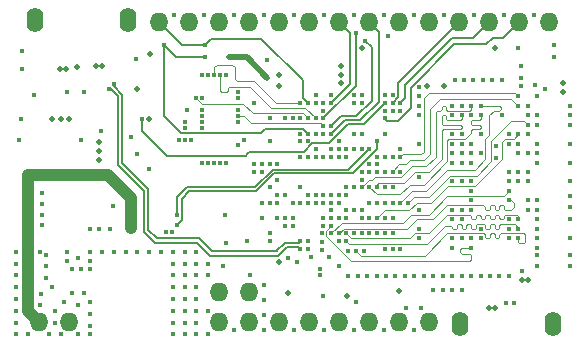
<source format=gbr>
G04 #@! TF.GenerationSoftware,KiCad,Pcbnew,5.0.2-bee76a0~70~ubuntu18.04.1*
G04 #@! TF.CreationDate,2019-05-16T13:37:02+08:00*
G04 #@! TF.ProjectId,require,72657175-6972-4652-9e6b-696361645f70,rev?*
G04 #@! TF.SameCoordinates,Original*
G04 #@! TF.FileFunction,Copper,L3,Inr*
G04 #@! TF.FilePolarity,Positive*
%FSLAX46Y46*%
G04 Gerber Fmt 4.6, Leading zero omitted, Abs format (unit mm)*
G04 Created by KiCad (PCBNEW 5.0.2-bee76a0~70~ubuntu18.04.1) date 2019年05月16日 星期四 13时37分02秒*
%MOMM*%
%LPD*%
G01*
G04 APERTURE LIST*
G04 #@! TA.AperFunction,ViaPad*
%ADD10O,1.400000X2.100000*%
G04 #@! TD*
G04 #@! TA.AperFunction,ViaPad*
%ADD11O,1.587500X1.587500*%
G04 #@! TD*
G04 #@! TA.AperFunction,ViaPad*
%ADD12C,0.400000*%
G04 #@! TD*
G04 #@! TA.AperFunction,ViaPad*
%ADD13C,0.500000*%
G04 #@! TD*
G04 #@! TA.AperFunction,Conductor*
%ADD14C,0.100000*%
G04 #@! TD*
G04 #@! TA.AperFunction,Conductor*
%ADD15C,0.150000*%
G04 #@! TD*
G04 #@! TA.AperFunction,Conductor*
%ADD16C,1.000000*%
G04 #@! TD*
G04 #@! TA.AperFunction,Conductor*
%ADD17C,0.500000*%
G04 #@! TD*
G04 APERTURE END LIST*
D10*
G04 #@! TO.N,GND*
G04 #@! TO.C,J800*
X40550000Y-52150000D03*
X48450000Y-52150000D03*
G04 #@! TD*
G04 #@! TO.N,GND*
G04 #@! TO.C,J801*
X84450000Y-77850000D03*
X76550000Y-77850000D03*
G04 #@! TD*
D11*
G04 #@! TO.N,/rk3308-io/D2*
G04 #@! TO.C,RP2*
X53610000Y-52300000D03*
G04 #@! TD*
G04 #@! TO.N,/rk3308-io/A0*
G04 #@! TO.C,LP3*
X56150000Y-77700000D03*
G04 #@! TD*
G04 #@! TO.N,/rk3308-io/A1*
G04 #@! TO.C,LP31*
X56150000Y-75160000D03*
G04 #@! TD*
G04 #@! TO.N,/rk3308-io/A2*
G04 #@! TO.C,LP4*
X58690000Y-77700000D03*
G04 #@! TD*
G04 #@! TO.N,/rk3308-io/A3*
G04 #@! TO.C,LP41*
X58690000Y-75160000D03*
G04 #@! TD*
G04 #@! TO.N,/USB_HOST_D2_N*
G04 #@! TO.C,LP9*
X71390000Y-77700000D03*
G04 #@! TD*
G04 #@! TO.N,/USB_HOST_D2_P*
G04 #@! TO.C,LP10*
X73930000Y-77700000D03*
G04 #@! TD*
G04 #@! TO.N,+5V*
G04 #@! TO.C,LP8*
X68850000Y-77700000D03*
G04 #@! TD*
G04 #@! TO.N,GND*
G04 #@! TO.C,LP7*
X66310000Y-77700000D03*
G04 #@! TD*
G04 #@! TO.N,+3V3*
G04 #@! TO.C,LP1*
X40910000Y-77700000D03*
G04 #@! TD*
G04 #@! TO.N,/rk3308-io/D11*
G04 #@! TO.C,RP11*
X76470000Y-52300000D03*
G04 #@! TD*
G04 #@! TO.N,/rk3308-io/D12*
G04 #@! TO.C,RP12*
X79010000Y-52300000D03*
G04 #@! TD*
G04 #@! TO.N,/rk3308-io/D13*
G04 #@! TO.C,RP13*
X81550000Y-52300000D03*
G04 #@! TD*
G04 #@! TO.N,Net-(D820-Pad1)*
G04 #@! TO.C,LP5*
X61230000Y-77700000D03*
G04 #@! TD*
G04 #@! TO.N,Net-(D820-Pad2)*
G04 #@! TO.C,LP6*
X63770000Y-77700000D03*
G04 #@! TD*
G04 #@! TO.N,/rk3308-io/D1*
G04 #@! TO.C,RP1*
X51070000Y-52300000D03*
G04 #@! TD*
G04 #@! TO.N,/rk3308-io/D3*
G04 #@! TO.C,RP3*
X56150000Y-52300000D03*
G04 #@! TD*
G04 #@! TO.N,/rk3308-io/D4*
G04 #@! TO.C,RP4*
X58690000Y-52300000D03*
G04 #@! TD*
G04 #@! TO.N,/rk3308-io/D5*
G04 #@! TO.C,RP5*
X61230000Y-52300000D03*
G04 #@! TD*
G04 #@! TO.N,/rk3308-io/D6*
G04 #@! TO.C,RP6*
X63770000Y-52300000D03*
G04 #@! TD*
G04 #@! TO.N,/rk3308-io/D7*
G04 #@! TO.C,RP7*
X66310000Y-52300000D03*
G04 #@! TD*
G04 #@! TO.N,/rk3308-io/D8*
G04 #@! TO.C,RP8*
X68850000Y-52300000D03*
G04 #@! TD*
G04 #@! TO.N,/rk3308-io/D9*
G04 #@! TO.C,RP9*
X71390000Y-52300000D03*
G04 #@! TD*
G04 #@! TO.N,/rk3308-io/D10*
G04 #@! TO.C,RP10*
X73930000Y-52300000D03*
G04 #@! TD*
G04 #@! TO.N,GND*
G04 #@! TO.C,RP14*
X84090000Y-52300000D03*
G04 #@! TD*
G04 #@! TO.N,GND*
G04 #@! TO.C,LP2*
X43450000Y-77700000D03*
G04 #@! TD*
D12*
G04 #@! TO.N,GND*
X81750000Y-57000000D03*
X64750000Y-73750000D03*
X56750000Y-71000000D03*
X56631250Y-68656250D03*
D13*
X44175000Y-56150000D03*
D12*
X52750000Y-62250000D03*
X53250000Y-62249998D03*
X81750000Y-56000000D03*
X59960000Y-74525000D03*
X59960000Y-77065000D03*
X59960000Y-78335000D03*
X64750000Y-73250000D03*
X68250000Y-59150000D03*
X53750000Y-62250000D03*
X83100000Y-63400000D03*
X82300000Y-63400000D03*
X83100000Y-69800000D03*
X83100000Y-71400000D03*
X75900000Y-59400000D03*
X83100000Y-58600000D03*
X75900000Y-63400000D03*
X75900000Y-61799994D03*
X63050000Y-62400000D03*
X59150000Y-64350000D03*
X70200000Y-67600000D03*
X71500000Y-65000000D03*
X69550000Y-65000000D03*
X85900000Y-64200000D03*
X82300000Y-61800000D03*
X57750000Y-59750000D03*
X54750000Y-56750000D03*
X63700000Y-62400000D03*
X60450000Y-66300000D03*
X69550000Y-70200000D03*
X70850000Y-68900000D03*
X73100000Y-70600000D03*
X76700000Y-68200000D03*
X71499998Y-71500000D03*
X83100000Y-67400000D03*
X82300000Y-65000000D03*
X77500000Y-65800000D03*
X83100000Y-68200000D03*
X63050000Y-67600000D03*
X65000000Y-68900000D03*
X68250000Y-65650000D03*
X66300000Y-63050000D03*
X66950000Y-63700000D03*
X65650000Y-63700000D03*
X64350000Y-63700000D03*
X63050000Y-63700000D03*
X59800000Y-64350000D03*
X60450000Y-70200000D03*
X57750000Y-62750000D03*
X57750000Y-58750000D03*
X57750000Y-60750000D03*
X65650000Y-63050000D03*
X54750000Y-60250000D03*
X54750000Y-61250000D03*
X59800000Y-68900000D03*
X85900000Y-70600000D03*
X67600000Y-59150000D03*
X64918750Y-71581250D03*
X76700000Y-62600000D03*
X77500000Y-60200000D03*
X73100000Y-58600000D03*
X73100000Y-60200000D03*
X73100000Y-62600000D03*
X73100000Y-65400000D03*
D13*
X73750000Y-57750000D03*
D12*
X73100000Y-68200000D03*
X85900000Y-65800000D03*
X85900000Y-67000000D03*
X85900000Y-68000000D03*
X85900000Y-69000000D03*
X85900000Y-62600000D03*
X85900000Y-60200000D03*
X85900000Y-59400000D03*
X61100000Y-65650000D03*
X62400000Y-67600000D03*
X66300000Y-63700000D03*
X65000000Y-63700000D03*
X63700000Y-63700000D03*
X64350000Y-63050000D03*
X68250000Y-65000000D03*
X73100000Y-57800000D03*
X56743666Y-64243666D03*
X54743660Y-64250000D03*
X55743684Y-64249999D03*
X68250000Y-68900000D03*
X75900000Y-71400000D03*
X73100000Y-59400000D03*
X79600000Y-63800000D03*
X71500000Y-63050000D03*
X65000000Y-69550000D03*
X68250000Y-70200000D03*
X65650000Y-68900000D03*
X64837500Y-70200000D03*
X75900000Y-68999979D03*
X63700000Y-71500000D03*
X63700000Y-70850000D03*
D13*
X42750000Y-60500000D03*
X46000000Y-63250000D03*
X71400000Y-75100000D03*
D12*
X60450000Y-62400000D03*
X60450000Y-60450000D03*
X53250000Y-60750000D03*
X82300000Y-60200000D03*
X85900000Y-61000000D03*
X85900000Y-72000000D03*
X85900000Y-73000000D03*
X53412490Y-59750000D03*
X70850000Y-58500000D03*
X59150000Y-59150000D03*
X66300000Y-70850000D03*
X73500000Y-73800000D03*
X75900000Y-73800000D03*
X75100000Y-73800000D03*
X74300000Y-73800000D03*
X76700000Y-73800000D03*
X77500000Y-73800000D03*
X78300000Y-73800000D03*
X79100000Y-73800000D03*
X79900000Y-73800000D03*
X80700000Y-73800000D03*
X72700000Y-73800000D03*
X71900000Y-73800000D03*
X71100000Y-73800000D03*
X70300000Y-73800000D03*
X69500000Y-73800000D03*
X68700000Y-73800000D03*
X67900000Y-73800000D03*
X67100000Y-73800000D03*
X66300000Y-73000000D03*
X65500000Y-72200000D03*
X64918750Y-70931250D03*
X75100000Y-75000000D03*
X75900000Y-75000000D03*
X76700000Y-75000000D03*
X74300000Y-75000000D03*
X81800000Y-73400000D03*
X46250000Y-71750000D03*
X47250000Y-71750000D03*
X48250000Y-71750000D03*
X49250000Y-71750000D03*
X50250000Y-71750000D03*
X52250000Y-71750000D03*
X54250000Y-71750000D03*
X53250000Y-71750000D03*
X53250000Y-78750000D03*
X53250000Y-77750000D03*
X53250000Y-75750000D03*
X53250000Y-74750000D03*
X53250000Y-73750000D03*
X53250000Y-72750000D03*
X45250000Y-73200000D03*
X43700000Y-73200000D03*
X44250000Y-72250000D03*
X43250000Y-72500000D03*
X43250000Y-71750000D03*
X45250000Y-72500000D03*
X54250000Y-78750000D03*
X53250000Y-76750000D03*
X54250000Y-74750000D03*
X54250000Y-73750000D03*
X54250000Y-72750000D03*
X54250000Y-75750000D03*
X44750000Y-75250000D03*
X43750000Y-75250000D03*
X51250000Y-71750000D03*
X41500000Y-73000000D03*
X41500000Y-72000000D03*
X54250000Y-76750000D03*
X54250000Y-77750000D03*
X55250000Y-76750000D03*
X55250000Y-78750000D03*
X55250000Y-73750000D03*
X55250000Y-72750000D03*
X51700000Y-70100000D03*
X52200000Y-70100000D03*
X56500000Y-73000000D03*
X58750000Y-73750000D03*
X45250000Y-71750000D03*
X80100000Y-60200000D03*
D13*
X62000000Y-75250000D03*
D12*
X63943750Y-72231250D03*
X39000000Y-71750000D03*
X39000000Y-72750000D03*
X39000000Y-73750000D03*
X39000000Y-74750000D03*
X39000000Y-75750000D03*
X39000000Y-76750000D03*
X39000000Y-78750000D03*
X39000000Y-77750000D03*
X41000000Y-71750000D03*
X41100000Y-75300000D03*
X41000000Y-76250000D03*
X42250000Y-76750000D03*
X41500000Y-74000000D03*
X42000000Y-74700000D03*
X44250000Y-76250000D03*
X45250000Y-77000000D03*
X45250000Y-78750000D03*
X44250000Y-78750000D03*
X42750000Y-78750000D03*
X40000000Y-78750000D03*
X45250000Y-76000000D03*
D13*
X46000000Y-62500000D03*
D12*
X48750000Y-62000000D03*
X49250000Y-63500000D03*
X50250000Y-64750000D03*
D13*
X50300000Y-55000000D03*
D12*
X49100000Y-55400000D03*
X52250000Y-72750000D03*
X52250000Y-73750000D03*
X52250000Y-74750000D03*
X52250000Y-75750000D03*
X52250000Y-76750000D03*
X52250000Y-77750000D03*
X52250000Y-78750000D03*
D13*
X45750000Y-56000000D03*
X46250000Y-56000000D03*
X79000000Y-76500000D03*
X79500000Y-76500000D03*
D12*
X43000000Y-76000000D03*
X44500000Y-73200000D03*
X45250000Y-78000000D03*
X42250000Y-77750000D03*
X41750000Y-78750000D03*
X39250000Y-62250000D03*
X43250000Y-58250000D03*
X44750000Y-58250000D03*
X67750000Y-76000000D03*
X72000000Y-76500000D03*
X73250000Y-76500000D03*
D13*
X66500000Y-56750000D03*
X66500000Y-56000000D03*
X66500000Y-57500000D03*
D12*
X76100000Y-57200000D03*
X76900000Y-57200000D03*
X77700000Y-57200000D03*
X78500000Y-57200000D03*
X79300000Y-57200000D03*
X80100000Y-57200000D03*
X81750000Y-57750000D03*
X84500000Y-54250000D03*
X84500000Y-55250000D03*
X81500000Y-54500000D03*
X83750000Y-58000000D03*
X60250000Y-55500000D03*
X62000000Y-72250000D03*
X65000000Y-75500000D03*
X52340000Y-51665000D03*
X54880000Y-51665000D03*
X57420000Y-51665000D03*
X59960000Y-51665000D03*
X62500000Y-51665000D03*
X65040000Y-51665000D03*
X67580000Y-51665000D03*
X70120000Y-51665000D03*
X72660000Y-51665000D03*
X75200000Y-51665000D03*
X77740000Y-51665000D03*
X80280000Y-51665000D03*
X82820000Y-51665000D03*
X72660000Y-78335000D03*
X70120000Y-78335000D03*
X62500000Y-78335000D03*
X65040000Y-78335000D03*
X67580000Y-78335000D03*
X57420000Y-78335000D03*
X59960000Y-75795000D03*
X39500000Y-56250000D03*
X39500000Y-54750000D03*
D13*
X43500000Y-60500000D03*
X42000000Y-60500000D03*
X46000000Y-64000000D03*
D12*
X60450000Y-64350000D03*
X66300000Y-66950000D03*
X66950000Y-66300000D03*
X65650000Y-66950000D03*
X68900000Y-64350000D03*
X69550000Y-63700000D03*
X70500000Y-53500000D03*
G04 #@! TO.N,/ddr/DDR_A1*
X80700000Y-69800000D03*
X68412500Y-71662500D03*
G04 #@! TO.N,/ddr/DDR_A7*
X70850000Y-71500000D03*
X77500000Y-70600000D03*
G04 #@! TO.N,/ddr/DDR_A2*
X78300000Y-69800000D03*
X70200000Y-71500000D03*
G04 #@! TO.N,/ddr/DDR_A11*
X80700000Y-70600000D03*
X67112500Y-71662500D03*
G04 #@! TO.N,/ddr/DDR_A6*
X81500000Y-70600000D03*
X67762500Y-71662500D03*
G04 #@! TO.N,/ddr/DDR_A12*
X80700000Y-69000000D03*
X67600000Y-70200000D03*
G04 #@! TO.N,/ddr/DDR_A3*
X68250000Y-68250000D03*
X76700000Y-69000000D03*
G04 #@! TO.N,/ddr/DDR_A4*
X81500000Y-69800000D03*
X66950000Y-70850000D03*
G04 #@! TO.N,/ddr/DDR_A13*
X65650000Y-69550000D03*
X77500000Y-71400000D03*
G04 #@! TO.N,/ddr/DDR_A9*
X78300000Y-70600000D03*
X66950000Y-68900000D03*
G04 #@! TO.N,/ddr/DDR_A10*
X66300000Y-70200000D03*
X80700004Y-67400000D03*
G04 #@! TO.N,/ddr/DDR_D5*
X71500000Y-67600000D03*
X78300000Y-59400000D03*
G04 #@! TO.N,/ddr/DDR_D3*
X71500000Y-63700000D03*
X81500000Y-58600000D03*
G04 #@! TO.N,/ddr/DDR_CLKN*
X70850000Y-70200000D03*
X81500000Y-65800000D03*
G04 #@! TO.N,/ddr/DDR_D4*
X82300000Y-61000000D03*
X72150000Y-67600000D03*
G04 #@! TO.N,/ddr/DDR_D9*
X69550000Y-67600000D03*
X77500000Y-62600000D03*
G04 #@! TO.N,/ddr/DDR_DQS1P*
X78300000Y-63400000D03*
X70850000Y-66300000D03*
G04 #@! TO.N,/ddr/DDR_D7*
X70850000Y-65000000D03*
X81500000Y-59400000D03*
G04 #@! TO.N,/ddr/DDR_D12*
X70200000Y-65000000D03*
X76700000Y-63400000D03*
G04 #@! TO.N,/ddr/DDR_D14*
X70850000Y-63700000D03*
X81500000Y-62600000D03*
G04 #@! TO.N,/ddr/DDR_CLKP*
X80700000Y-65800000D03*
X70200000Y-70200000D03*
G04 #@! TO.N,/ddr/DDR_D11*
X81500000Y-65000000D03*
X70200000Y-68900000D03*
G04 #@! TO.N,/ddr/DDR_D6*
X69550000Y-68900000D03*
X81500000Y-61800000D03*
G04 #@! TO.N,/ddr/DDR_D13*
X70850000Y-67600000D03*
X78300000Y-61800000D03*
G04 #@! TO.N,/ddr/DDR_DQS1N*
X77500000Y-63400000D03*
X70200000Y-66300000D03*
G04 #@! TO.N,/ddr/DDR_DM1*
X80700000Y-61800000D03*
X70200000Y-63700000D03*
G04 #@! TO.N,/ddr/DDR_RESET*
X76700000Y-70600000D03*
X68900000Y-68900000D03*
G04 #@! TO.N,/ddr/DDR_D8*
X68900000Y-67600000D03*
X80700000Y-65000000D03*
G04 #@! TO.N,/ddr/DDR_D2*
X78300000Y-60200000D03*
X68900000Y-66300000D03*
G04 #@! TO.N,/ddr/DDR_D0*
X76700000Y-60200000D03*
X69550000Y-66300000D03*
G04 #@! TO.N,/ddr/DDR_D10*
X80700000Y-62600000D03*
X69550000Y-64350000D03*
G04 #@! TO.N,/ddr/DDR_ODT0*
X73100000Y-69800000D03*
X68900000Y-70200000D03*
X75900000Y-65800000D03*
G04 #@! TO.N,/ddr/DDR_D1*
X77500000Y-59400000D03*
X68250000Y-66300000D03*
G04 #@! TO.N,/ddr/DDR_D15*
X77500000Y-64200000D03*
X68900000Y-65000000D03*
G04 #@! TO.N,/ddr/DDR_BA2*
X77500000Y-68200000D03*
X67600000Y-68250000D03*
G04 #@! TO.N,/ddr/DDR_BA1*
X81500000Y-69000000D03*
X66950000Y-70200000D03*
G04 #@! TO.N,/ddr/DDR_CASN*
X77500000Y-66600000D03*
X66300000Y-68900000D03*
G04 #@! TO.N,/ddr/DDR_WEN*
X77500000Y-67400000D03*
X66949952Y-68250000D03*
G04 #@! TO.N,/ddr/DDR_CKE0*
X65650000Y-70200000D03*
X80700000Y-66600000D03*
G04 #@! TO.N,VCC_DDR*
X83100000Y-61000000D03*
X83100000Y-64200000D03*
X83100000Y-69000000D03*
X83100000Y-70600000D03*
X75900000Y-62600000D03*
X76700000Y-64200000D03*
X75900000Y-70600000D03*
X75900000Y-68200000D03*
X81500000Y-63400000D03*
X76700000Y-59400000D03*
X67600000Y-66300000D03*
X66950000Y-66950000D03*
X66300000Y-67600000D03*
X65650000Y-68250000D03*
X75899986Y-60200000D03*
X83100000Y-62600000D03*
X76700000Y-61800000D03*
X76700000Y-65800000D03*
X82300000Y-65800000D03*
X65650000Y-67600000D03*
D13*
X75250000Y-57750000D03*
D12*
X83100000Y-60200000D03*
X82300000Y-59400000D03*
D13*
X85250000Y-57500000D03*
X85250000Y-58250000D03*
D12*
X83100000Y-72000000D03*
X83100000Y-73000000D03*
G04 #@! TO.N,/emmc/EMMC_RST*
X65000000Y-61750000D03*
G04 #@! TO.N,Net-(R50-Pad1)*
X82300000Y-67400000D03*
G04 #@! TO.N,/emmc/VDDi*
X57740000Y-58240000D03*
G04 #@! TO.N,/rk3308-io/I2C1_SCL*
X71500000Y-59800000D03*
G04 #@! TO.N,/rk3308-io/I2C1_SDA*
X70850000Y-59800000D03*
G04 #@! TO.N,/rk3308-io/WIFI_WAKE_HOST*
X68900000Y-63050000D03*
X52600000Y-68600000D03*
G04 #@! TO.N,/rk3308-io/WIFI_REG_ON*
X69550000Y-62400000D03*
X52600000Y-69500000D03*
G04 #@! TO.N,/rk3308-io/HOST_WAKE_BT*
X61100000Y-67600000D03*
X46000000Y-69800000D03*
G04 #@! TO.N,/rk3308-io/BT_WAKE_HOST*
X46900000Y-69800000D03*
X61100000Y-66950000D03*
G04 #@! TO.N,/rk3308-io/UART4_TXD*
X61750000Y-66950000D03*
X41200000Y-68600000D03*
G04 #@! TO.N,/rk3308-io/UART4_RXD*
X60450000Y-67600000D03*
X41200000Y-67700000D03*
G04 #@! TO.N,/rk3308-io/UART4_RTS*
X59800000Y-65000000D03*
X41200000Y-69500000D03*
G04 #@! TO.N,/rk3308-io/BT_REG_ON*
X39374990Y-60500000D03*
X59800000Y-67625010D03*
G04 #@! TO.N,/rk3308-io/UART4_CTS*
X59150000Y-65000000D03*
X41200000Y-66800000D03*
G04 #@! TO.N,/rk3308-io/A4*
X60450000Y-70850000D03*
G04 #@! TO.N,/rk3308-io/D1*
X63700000Y-59150000D03*
X55000000Y-54250000D03*
G04 #@! TO.N,/rk3308-io/D2*
X63700000Y-61750000D03*
X51500000Y-54250000D03*
X55000000Y-55250000D03*
G04 #@! TO.N,/rk3308-io/D3*
X62400000Y-60450000D03*
G04 #@! TO.N,/rk3308-io/D4*
X61750000Y-60450000D03*
G04 #@! TO.N,/rk3308-io/D7*
X65650000Y-59150000D03*
G04 #@! TO.N,/rk3308-io/D8*
X65650000Y-61750000D03*
G04 #@! TO.N,/rk3308-io/D9*
X65000000Y-60450000D03*
X67750000Y-53250000D03*
G04 #@! TO.N,/rk3308-io/D10*
X65650000Y-61100000D03*
X68550000Y-53900000D03*
G04 #@! TO.N,/rk3308-io/D11*
X70850000Y-59150000D03*
G04 #@! TO.N,/rk3308-io/D12*
X71500000Y-59150000D03*
G04 #@! TO.N,/rk3308-io/D13*
X70200000Y-60450000D03*
G04 #@! TO.N,/wireless/LPO*
X70200000Y-59150000D03*
X49600004Y-60500000D03*
G04 #@! TO.N,/emmc/EMMC_D7*
X63700000Y-60450000D03*
X54250000Y-58750000D03*
G04 #@! TO.N,/emmc/EMMC_CLK*
X63050000Y-61750000D03*
G04 #@! TO.N,/emmc/EMMC_CMD*
X63050000Y-60450000D03*
X58250000Y-62250000D03*
G04 #@! TO.N,/emmc/EMMC_D6*
X65000000Y-61100000D03*
X57750000Y-60250000D03*
G04 #@! TO.N,/emmc/EMMC_D2*
X64350000Y-58500000D03*
X55250000Y-56750000D03*
G04 #@! TO.N,/emmc/EMMC_D5*
X65000000Y-59800000D03*
G04 #@! TO.N,/emmc/EMMC_D1*
X63050000Y-59150000D03*
X55750000Y-56750000D03*
G04 #@! TO.N,/emmc/EMMC_D4*
X64350000Y-59150000D03*
X56750000Y-56750000D03*
G04 #@! TO.N,/emmc/EMMC_D3*
X65000000Y-59150000D03*
G04 #@! TO.N,/USB_OTG_D_P*
X63050000Y-70850000D03*
X47262135Y-57562564D03*
G04 #@! TO.N,/USB_OTG_D_N*
X63050000Y-71500000D03*
X46837869Y-57986830D03*
D13*
G04 #@! TO.N,+3V3*
X46750000Y-65250000D03*
D12*
X70200000Y-58500000D03*
D13*
X48700000Y-69750000D03*
D12*
X64350000Y-61750000D03*
X54750000Y-58750000D03*
X54750000Y-59750000D03*
X54750000Y-60750000D03*
X62400000Y-69550000D03*
X63050000Y-66300000D03*
X70200000Y-59800000D03*
X61100000Y-64350000D03*
X56243695Y-64249991D03*
X55243673Y-64250000D03*
D13*
X46000000Y-65250000D03*
D12*
X46200000Y-61500000D03*
X68250000Y-63050000D03*
X53250000Y-61250000D03*
D13*
X48700000Y-68750000D03*
X50200000Y-60500000D03*
X49250000Y-58000000D03*
D12*
X57000000Y-55250000D03*
X60250000Y-57000000D03*
G04 #@! TO.N,+1V8*
X61100000Y-68900000D03*
G04 #@! TO.N,+1V8A*
X61750000Y-68900000D03*
G04 #@! TO.N,+1V0L*
X64350000Y-67600000D03*
X65000000Y-67600000D03*
X65000000Y-66950000D03*
X64350000Y-66950000D03*
X63700000Y-66950000D03*
X63700000Y-67600000D03*
D13*
X61200000Y-72600000D03*
G04 #@! TO.N,+1V0C*
X61250000Y-56750000D03*
X61250000Y-57750000D03*
D12*
X66950000Y-63050000D03*
X66300000Y-62400000D03*
X68250014Y-61750000D03*
X67600000Y-61750000D03*
X67600000Y-63050000D03*
X68250000Y-58500000D03*
G04 #@! TO.N,+1V0*
X62400000Y-68900000D03*
D13*
G04 #@! TO.N,+5V*
X42700000Y-56250000D03*
D12*
X40500000Y-58500000D03*
D13*
X79500000Y-54500000D03*
X43200000Y-56250000D03*
X81800000Y-74150000D03*
X82300000Y-74150000D03*
D12*
X44500000Y-62250000D03*
D13*
X68250000Y-54500000D03*
X67000000Y-75500000D03*
D12*
X65650000Y-58500000D03*
G04 #@! TO.N,Net-(C330-Pad1)*
X75900000Y-64200000D03*
X82300000Y-68200000D03*
X79600000Y-62800000D03*
G04 #@! TO.N,Net-(C520-Pad1)*
X45200000Y-69800000D03*
G04 #@! TO.N,Net-(C521-Pad1)*
X47200000Y-67900000D03*
G04 #@! TO.N,Net-(C202-Pad2)*
X67600000Y-58500000D03*
G04 #@! TO.N,Net-(C222-Pad2)*
X62800000Y-72600000D03*
G04 #@! TO.N,Net-(C232-Pad2)*
X82900000Y-57600000D03*
G04 #@! TO.N,/rk3308-io/USB_EXTR*
X61750000Y-69550000D03*
G04 #@! TO.N,/rk3308-io/EMMC_VSEL*
X70200000Y-61750000D03*
G04 #@! TO.N,/emmc/EMMC_D0*
X64350000Y-60450000D03*
X56250000Y-56750000D03*
G04 #@! TO.N,Net-(C110-Pad1)*
X58500000Y-70850000D03*
G04 #@! TO.N,/USB_HOST_D3_P*
X81150000Y-76100000D03*
G04 #@! TO.N,/USB_HOST_D3_N*
X80500000Y-76100000D03*
G04 #@! TD*
D14*
G04 #@! TO.N,/ddr/DDR_A6*
X68200000Y-72100000D02*
X67762500Y-71662500D01*
X75500000Y-70200000D02*
X73600000Y-72100000D01*
X78600000Y-70200000D02*
X75500000Y-70200000D01*
X78800000Y-70600000D02*
X78700000Y-70500000D01*
X78700000Y-70300000D02*
X78600000Y-70200000D01*
X79000000Y-70600000D02*
X78800000Y-70600000D01*
X79500000Y-70500000D02*
X79500000Y-70300000D01*
X73600000Y-72100000D02*
X68200000Y-72100000D01*
X79100000Y-70500000D02*
X79000000Y-70600000D01*
X81600000Y-71000000D02*
X82000000Y-71000000D01*
X81500000Y-70900000D02*
X81600000Y-71000000D01*
X82000000Y-71000000D02*
X82100000Y-70900000D01*
X81500000Y-70600000D02*
X81500000Y-70900000D01*
X80000000Y-70200000D02*
X79900000Y-70300000D01*
X79900000Y-70300000D02*
X79900000Y-70500000D01*
X78700000Y-70500000D02*
X78700000Y-70300000D01*
X79400000Y-70200000D02*
X79200000Y-70200000D01*
X79600000Y-70600000D02*
X79500000Y-70500000D01*
X79800000Y-70600000D02*
X79600000Y-70600000D01*
X79100000Y-70300000D02*
X79100000Y-70500000D01*
X79500000Y-70300000D02*
X79400000Y-70200000D01*
X79900000Y-70500000D02*
X79800000Y-70600000D01*
X79200000Y-70200000D02*
X79100000Y-70300000D01*
X82100000Y-70300000D02*
X82000000Y-70200000D01*
X82000000Y-70200000D02*
X80000000Y-70200000D01*
X82100000Y-70900000D02*
X82100000Y-70300000D01*
G04 #@! TO.N,/ddr/DDR_A4*
X67193750Y-71093750D02*
X66950000Y-70850000D01*
X75300000Y-69600000D02*
X73806250Y-71093750D01*
X75800000Y-69600000D02*
X75300000Y-69600000D01*
X76000000Y-69800000D02*
X75800000Y-69600000D01*
X76300000Y-69700000D02*
X76200000Y-69800000D01*
X76300000Y-69500000D02*
X76300000Y-69700000D01*
X78800000Y-69800000D02*
X78700000Y-69700000D01*
X79800000Y-69800000D02*
X79600000Y-69800000D01*
X79500000Y-69700000D02*
X79500000Y-69500000D01*
X77000000Y-69800000D02*
X76800000Y-69800000D01*
X79200000Y-69400000D02*
X79100000Y-69500000D01*
X78000000Y-69400000D02*
X77900000Y-69500000D01*
X78600000Y-69400000D02*
X78000000Y-69400000D01*
X81200000Y-69400000D02*
X80000000Y-69400000D01*
X79400000Y-69400000D02*
X79200000Y-69400000D01*
X79900000Y-69500000D02*
X79900000Y-69700000D01*
X81500000Y-69800000D02*
X81500000Y-69700000D01*
X77200000Y-69400000D02*
X77100000Y-69500000D01*
X80000000Y-69400000D02*
X79900000Y-69500000D01*
X79500000Y-69500000D02*
X79400000Y-69400000D01*
X79900000Y-69700000D02*
X79800000Y-69800000D01*
X77500000Y-69500000D02*
X77400000Y-69400000D01*
X73806250Y-71093750D02*
X67193750Y-71093750D01*
X76200000Y-69800000D02*
X76000000Y-69800000D01*
X78700000Y-69700000D02*
X78700000Y-69500000D01*
X78700000Y-69500000D02*
X78600000Y-69400000D01*
X79100000Y-69500000D02*
X79100000Y-69700000D01*
X76800000Y-69800000D02*
X76700000Y-69700000D01*
X79100000Y-69700000D02*
X79000000Y-69800000D01*
X77900000Y-69500000D02*
X77900000Y-69700000D01*
X77900000Y-69700000D02*
X77800000Y-69800000D01*
X81500000Y-69700000D02*
X81200000Y-69400000D01*
X77600000Y-69800000D02*
X77500000Y-69700000D01*
X79000000Y-69800000D02*
X78800000Y-69800000D01*
X76600000Y-69400000D02*
X76400000Y-69400000D01*
X77500000Y-69700000D02*
X77500000Y-69500000D01*
X77400000Y-69400000D02*
X77200000Y-69400000D01*
X77100000Y-69500000D02*
X77100000Y-69700000D01*
X76700000Y-69700000D02*
X76700000Y-69500000D01*
X77800000Y-69800000D02*
X77600000Y-69800000D01*
X77100000Y-69700000D02*
X77000000Y-69800000D01*
X79600000Y-69800000D02*
X79500000Y-69700000D01*
X76700000Y-69500000D02*
X76600000Y-69400000D01*
X76400000Y-69400000D02*
X76300000Y-69500000D01*
G04 #@! TO.N,/ddr/DDR_A13*
X77400000Y-72500000D02*
X77500000Y-72400000D01*
X67300000Y-72500000D02*
X77400000Y-72500000D01*
X77500000Y-72400000D02*
X77500000Y-72000000D01*
X65243750Y-70443750D02*
X67300000Y-72500000D01*
X65650000Y-69550000D02*
X65243750Y-69956250D01*
X77500000Y-72000000D02*
X77400000Y-71900000D01*
X65243750Y-69956250D02*
X65243750Y-70443750D01*
X77400000Y-71900000D02*
X76700000Y-71900000D01*
X76700000Y-71900000D02*
X76600000Y-71800000D01*
X76600000Y-71500000D02*
X76700000Y-71400000D01*
X76600000Y-71800000D02*
X76600000Y-71500000D01*
X76700000Y-71400000D02*
X77500000Y-71400000D01*
G04 #@! TO.N,/ddr/DDR_A10*
X80900000Y-67400000D02*
X80700004Y-67400000D01*
X81100000Y-67600000D02*
X80900000Y-67400000D01*
X80900000Y-68200000D02*
X81100000Y-68000000D01*
X80300000Y-68100000D02*
X80400000Y-68200000D01*
X80300000Y-67900000D02*
X80300000Y-68100000D01*
X80200000Y-67800000D02*
X80300000Y-67900000D01*
X79900000Y-67900000D02*
X80000000Y-67800000D01*
X79900000Y-68100000D02*
X79900000Y-67900000D01*
X79600000Y-68200000D02*
X79800000Y-68200000D01*
X79500000Y-68100000D02*
X79600000Y-68200000D01*
X74300000Y-69000000D02*
X75500000Y-67800000D01*
X75500000Y-67800000D02*
X78550000Y-67800000D01*
X78800000Y-68200000D02*
X79000000Y-68200000D01*
X72893750Y-69000000D02*
X74300000Y-69000000D01*
X79100000Y-67900000D02*
X79200000Y-67800000D01*
X78700000Y-68100000D02*
X78800000Y-68200000D01*
X66300000Y-70200000D02*
X66706250Y-69793750D01*
X66706250Y-69793750D02*
X72100000Y-69793750D01*
X80400000Y-68200000D02*
X80900000Y-68200000D01*
X78550000Y-67800000D02*
X78700000Y-67950000D01*
X78700000Y-67950000D02*
X78700000Y-68100000D01*
X79000000Y-68200000D02*
X79100000Y-68100000D01*
X81100000Y-68000000D02*
X81100000Y-67600000D01*
X79800000Y-68200000D02*
X79900000Y-68100000D01*
X79100000Y-68100000D02*
X79100000Y-67900000D01*
X80000000Y-67800000D02*
X80200000Y-67800000D01*
X79400000Y-67800000D02*
X79500000Y-67900000D01*
X79200000Y-67800000D02*
X79400000Y-67800000D01*
X72100000Y-69793750D02*
X72893750Y-69000000D01*
X79500000Y-67900000D02*
X79500000Y-68100000D01*
G04 #@! TO.N,/ddr/DDR_D5*
X73700000Y-66600000D02*
X72500000Y-66600000D01*
X78700000Y-63900000D02*
X77800000Y-64800000D01*
X75500000Y-64800000D02*
X73700000Y-66600000D01*
X77800000Y-64800000D02*
X75500000Y-64800000D01*
X79000000Y-61900000D02*
X78700000Y-62200000D01*
X80000000Y-59500000D02*
X80000000Y-59700000D01*
X72500000Y-66600000D02*
X71500000Y-67600000D01*
X79900000Y-59400000D02*
X80000000Y-59500000D01*
X79400000Y-59800000D02*
X79000000Y-60200000D01*
X78300000Y-59400000D02*
X79900000Y-59400000D01*
X80000000Y-59700000D02*
X79900000Y-59800000D01*
X78700000Y-62200000D02*
X78700000Y-63900000D01*
X79000000Y-60200000D02*
X79000000Y-61900000D01*
X79900000Y-59800000D02*
X79400000Y-59800000D01*
G04 #@! TO.N,/ddr/DDR_D3*
X73900000Y-58300000D02*
X81200000Y-58300000D01*
X73500000Y-58700000D02*
X73900000Y-58300000D01*
X73500000Y-63300000D02*
X73500000Y-58700000D01*
X73300000Y-63500000D02*
X73500000Y-63300000D01*
X71500000Y-63700000D02*
X71700000Y-63500000D01*
X71700000Y-63500000D02*
X73300000Y-63500000D01*
X81500000Y-58600000D02*
X81200000Y-58300000D01*
G04 #@! TO.N,/ddr/DDR_D4*
X78000000Y-65300000D02*
X79200000Y-64100000D01*
X75700000Y-65300000D02*
X78000000Y-65300000D01*
X80900000Y-60700000D02*
X82000000Y-60700000D01*
X73900000Y-67100000D02*
X75700000Y-65300000D01*
X72700000Y-67100000D02*
X73900000Y-67100000D01*
X72150000Y-67600000D02*
X72200000Y-67600000D01*
X72200000Y-67600000D02*
X72700000Y-67100000D01*
X82000000Y-60700000D02*
X82300000Y-61000000D01*
X79200000Y-64100000D02*
X79200000Y-62400000D01*
X79200000Y-62400000D02*
X80900000Y-60700000D01*
G04 #@! TO.N,/ddr/DDR_D7*
X80900000Y-58800000D02*
X81500000Y-59400000D01*
X74900000Y-58800000D02*
X80900000Y-58800000D01*
X74000000Y-63500000D02*
X74000000Y-59700000D01*
X70850000Y-65000000D02*
X70850000Y-64918750D01*
X70850000Y-64918750D02*
X71418750Y-64350000D01*
X71418750Y-64350000D02*
X71950000Y-64350000D01*
X71950000Y-64350000D02*
X72300000Y-64000000D01*
X74000000Y-59700000D02*
X74900000Y-58800000D01*
X72300000Y-64000000D02*
X73500000Y-64000000D01*
X73500000Y-64000000D02*
X74000000Y-63500000D01*
G04 #@! TO.N,/ddr/DDR_D6*
X81100000Y-62200000D02*
X81500000Y-61800000D01*
X80400000Y-62200000D02*
X81100000Y-62200000D01*
X80100000Y-62500000D02*
X80400000Y-62200000D01*
X80100000Y-63900000D02*
X80100000Y-62500000D01*
X77818002Y-66181998D02*
X80100000Y-63900000D01*
X69550000Y-68900000D02*
X70200000Y-68250000D01*
X70200000Y-68250000D02*
X72250000Y-68250000D01*
X72250000Y-68250000D02*
X72900000Y-67600000D01*
X75518002Y-66181998D02*
X77818002Y-66181998D01*
X72900000Y-67600000D02*
X74100000Y-67600000D01*
X74100000Y-67600000D02*
X75518002Y-66181998D01*
G04 #@! TO.N,/ddr/DDR_D2*
X78300000Y-60500000D02*
X78300000Y-60200000D01*
X78200000Y-60600000D02*
X78300000Y-60500000D01*
X77600000Y-60600000D02*
X78200000Y-60600000D01*
X77500000Y-60900000D02*
X77500000Y-60700000D01*
X72300000Y-66100000D02*
X73500000Y-66100000D01*
X77500000Y-60700000D02*
X77600000Y-60600000D01*
X75500000Y-64100000D02*
X75500000Y-62300000D01*
X73500000Y-66100000D02*
X75500000Y-64100000D01*
X77600000Y-61400000D02*
X78200000Y-61400000D01*
X71500000Y-66900000D02*
X72300000Y-66100000D01*
X68900000Y-66300000D02*
X69500000Y-66900000D01*
X69500000Y-66900000D02*
X71500000Y-66900000D01*
X75500000Y-62300000D02*
X75600000Y-62200000D01*
X75600000Y-62200000D02*
X77000000Y-62200000D01*
X77000000Y-62200000D02*
X77500000Y-61700000D01*
X77500000Y-61700000D02*
X77500000Y-61500000D01*
X77600000Y-61000000D02*
X77500000Y-60900000D01*
X77500000Y-61500000D02*
X77600000Y-61400000D01*
X78200000Y-61400000D02*
X78300000Y-61300000D01*
X78300000Y-61300000D02*
X78300000Y-61100000D01*
X78300000Y-61100000D02*
X78200000Y-61000000D01*
X78200000Y-61000000D02*
X77600000Y-61000000D01*
G04 #@! TO.N,/ddr/DDR_D0*
X76700000Y-60500000D02*
X76700000Y-60200000D01*
X76600000Y-60600000D02*
X76700000Y-60500000D01*
X75500000Y-60600000D02*
X76600000Y-60600000D01*
X75400000Y-60500000D02*
X75500000Y-60600000D01*
X75400000Y-60300000D02*
X75400000Y-60500000D01*
X75300000Y-60200000D02*
X75400000Y-60300000D01*
X75100000Y-60200000D02*
X75300000Y-60200000D01*
X72718750Y-65000000D02*
X73900000Y-65000000D01*
X69550000Y-66056250D02*
X69712500Y-65893750D01*
X71825000Y-65893750D02*
X72718750Y-65000000D01*
X69712500Y-65893750D02*
X71825000Y-65893750D01*
X73900000Y-65000000D02*
X75000000Y-63900000D01*
X75000000Y-63900000D02*
X75000000Y-61500000D01*
X69550000Y-66300000D02*
X69550000Y-66056250D01*
X75000000Y-61500000D02*
X75100000Y-61400000D01*
X75100000Y-61400000D02*
X76600000Y-61400000D01*
X76600000Y-61400000D02*
X76700000Y-61300000D01*
X76700000Y-61300000D02*
X76700000Y-61100000D01*
X76700000Y-61100000D02*
X76600000Y-61000000D01*
X75100000Y-61000000D02*
X75000000Y-60900000D01*
X76600000Y-61000000D02*
X75100000Y-61000000D01*
X75000000Y-60900000D02*
X75000000Y-60300000D01*
X75000000Y-60300000D02*
X75100000Y-60200000D01*
G04 #@! TO.N,/ddr/DDR_D1*
X69143750Y-65650000D02*
X68900000Y-65650000D01*
X75500000Y-59800000D02*
X75400000Y-59700000D01*
X75000000Y-59700000D02*
X74900000Y-59800000D01*
X77500000Y-59400000D02*
X77500000Y-59700000D01*
X77400000Y-59800000D02*
X75500000Y-59800000D01*
X68900000Y-65650000D02*
X68250000Y-66300000D01*
X77500000Y-59700000D02*
X77400000Y-59800000D01*
X74600000Y-59800000D02*
X74500000Y-59900000D01*
X74900000Y-59800000D02*
X74600000Y-59800000D01*
X72500000Y-64500000D02*
X71593750Y-65406250D01*
X74500000Y-63700000D02*
X73700000Y-64500000D01*
X73700000Y-64500000D02*
X72500000Y-64500000D01*
X74500000Y-59900000D02*
X74500000Y-63700000D01*
X71593750Y-65406250D02*
X69387500Y-65406250D01*
X69387500Y-65406250D02*
X69143750Y-65650000D01*
X75400000Y-59500000D02*
X75300000Y-59400000D01*
X75400000Y-59700000D02*
X75400000Y-59500000D01*
X75000000Y-59500000D02*
X75100000Y-59400000D01*
X75300000Y-59400000D02*
X75100000Y-59400000D01*
X75000000Y-59500000D02*
X75000000Y-59700000D01*
G04 #@! TO.N,/ddr/DDR_BA1*
X67356250Y-70606250D02*
X66950000Y-70200000D01*
X72312500Y-70606250D02*
X67356250Y-70606250D01*
X77400000Y-68600000D02*
X75500000Y-68600000D01*
X80000000Y-69000000D02*
X79900000Y-68900000D01*
X78400000Y-69000000D02*
X78300000Y-68900000D01*
X80200000Y-69000000D02*
X80000000Y-69000000D01*
X77500000Y-68900000D02*
X77500000Y-68700000D01*
X80300000Y-68700000D02*
X80300000Y-68900000D01*
X77800000Y-69000000D02*
X77600000Y-69000000D01*
X79500000Y-68900000D02*
X79400000Y-69000000D01*
X80400000Y-68600000D02*
X80300000Y-68700000D01*
X79900000Y-68700000D02*
X79800000Y-68600000D01*
X72718750Y-70200000D02*
X72312500Y-70606250D01*
X78300000Y-68900000D02*
X78300000Y-68700000D01*
X80300000Y-68900000D02*
X80200000Y-69000000D01*
X78700000Y-68900000D02*
X78600000Y-69000000D01*
X78300000Y-68700000D02*
X78200000Y-68600000D01*
X79500000Y-68700000D02*
X79500000Y-68900000D01*
X79400000Y-69000000D02*
X79200000Y-69000000D01*
X79200000Y-69000000D02*
X79100000Y-68900000D01*
X77900000Y-68700000D02*
X77900000Y-68900000D01*
X79100000Y-68900000D02*
X79100000Y-68700000D01*
X73900000Y-70200000D02*
X72718750Y-70200000D01*
X78700000Y-68700000D02*
X78700000Y-68900000D01*
X79100000Y-68700000D02*
X79000000Y-68600000D01*
X79000000Y-68600000D02*
X78800000Y-68600000D01*
X75500000Y-68600000D02*
X73900000Y-70200000D01*
X78800000Y-68600000D02*
X78700000Y-68700000D01*
X78600000Y-69000000D02*
X78400000Y-69000000D01*
X79800000Y-68600000D02*
X79600000Y-68600000D01*
X79600000Y-68600000D02*
X79500000Y-68700000D01*
X78200000Y-68600000D02*
X78000000Y-68600000D01*
X79900000Y-68900000D02*
X79900000Y-68700000D01*
X78000000Y-68600000D02*
X77900000Y-68700000D01*
X77900000Y-68900000D02*
X77800000Y-69000000D01*
X77600000Y-69000000D02*
X77500000Y-68900000D01*
X77500000Y-68700000D02*
X77400000Y-68600000D01*
X81500000Y-68700000D02*
X81400000Y-68600000D01*
X81400000Y-68600000D02*
X80400000Y-68600000D01*
X81500000Y-69000000D02*
X81500000Y-68700000D01*
G04 #@! TO.N,/ddr/DDR_CKE0*
X66543750Y-69306250D02*
X65650000Y-70200000D01*
X80700000Y-66600000D02*
X80300000Y-67000000D01*
X80300000Y-67000000D02*
X75500000Y-67000000D01*
X72406250Y-68600000D02*
X71700000Y-69306250D01*
X73900000Y-68600000D02*
X72406250Y-68600000D01*
X71700000Y-69306250D02*
X66543750Y-69306250D01*
X75500000Y-67000000D02*
X73900000Y-68600000D01*
D15*
G04 #@! TO.N,/rk3308-io/WIFI_WAKE_HOST*
X52600000Y-67150000D02*
X52600000Y-68600000D01*
X53450000Y-66300000D02*
X52600000Y-67150000D01*
X59231250Y-66300000D02*
X53450000Y-66300000D01*
X68900000Y-63050000D02*
X67112500Y-64837500D01*
X60693750Y-64837500D02*
X59231250Y-66300000D01*
X67112500Y-64837500D02*
X60693750Y-64837500D01*
G04 #@! TO.N,/rk3308-io/WIFI_REG_ON*
X53000000Y-67250000D02*
X53000000Y-69100000D01*
X69550000Y-63050000D02*
X67512490Y-65087510D01*
X67512490Y-65087510D02*
X60797308Y-65087510D01*
X53000000Y-69100000D02*
X52600000Y-69500000D01*
X60797308Y-65087510D02*
X59284818Y-66600000D01*
X53650000Y-66600000D02*
X53000000Y-67250000D01*
X69550000Y-62400000D02*
X69550000Y-63050000D01*
X59284818Y-66600000D02*
X53650000Y-66600000D01*
G04 #@! TO.N,/rk3308-io/D1*
X63250000Y-57250000D02*
X59750000Y-53750000D01*
X52520000Y-53750000D02*
X51070000Y-52300000D01*
X63700000Y-59150000D02*
X63250000Y-58700000D01*
X63250000Y-58700000D02*
X63250000Y-57250000D01*
X55500000Y-53750000D02*
X55000000Y-54250000D01*
X57000000Y-53750000D02*
X55500000Y-53750000D01*
X59750000Y-53750000D02*
X57000000Y-53750000D01*
X53020000Y-54250000D02*
X52520000Y-53750000D01*
X55000000Y-54250000D02*
X53020000Y-54250000D01*
G04 #@! TO.N,/rk3308-io/D2*
X51500000Y-54532842D02*
X51500000Y-54250000D01*
X63293750Y-61343750D02*
X60031251Y-61343750D01*
X59675001Y-61700000D02*
X52900000Y-61700000D01*
X63700000Y-61750000D02*
X63293750Y-61343750D01*
X60031251Y-61343750D02*
X59675001Y-61700000D01*
X52900000Y-61700000D02*
X51500000Y-60300000D01*
X51500000Y-60300000D02*
X51500000Y-54532842D01*
X52500000Y-55250000D02*
X51500000Y-54250000D01*
X55000000Y-55250000D02*
X52500000Y-55250000D01*
G04 #@! TO.N,/rk3308-io/D7*
X67250000Y-53240000D02*
X66310000Y-52300000D01*
X65650000Y-59150000D02*
X67250000Y-57550000D01*
X67250000Y-57550000D02*
X67250000Y-53240000D01*
G04 #@! TO.N,/rk3308-io/D8*
X69700000Y-59050000D02*
X69700000Y-53150000D01*
X68137500Y-60612500D02*
X69700000Y-59050000D01*
X65650000Y-61750000D02*
X66787500Y-60612500D01*
X69700000Y-53150000D02*
X68850000Y-52300000D01*
X66787500Y-60612500D02*
X68137500Y-60612500D01*
G04 #@! TO.N,/rk3308-io/D9*
X67750000Y-57700000D02*
X67750000Y-53250000D01*
X65000000Y-60450000D02*
X67750000Y-57700000D01*
G04 #@! TO.N,/rk3308-io/D10*
X67762500Y-60287500D02*
X69099999Y-58950001D01*
X66462500Y-60287500D02*
X67762500Y-60287500D01*
X65650000Y-61100000D02*
X66462500Y-60287500D01*
X69099999Y-54449999D02*
X68550000Y-53900000D01*
X69099999Y-54650000D02*
X69099999Y-54449999D01*
X69099999Y-58950001D02*
X69099999Y-54650000D01*
G04 #@! TO.N,/rk3308-io/D11*
X75676251Y-53093749D02*
X76470000Y-52300000D01*
X71337500Y-57432500D02*
X75676251Y-53093749D01*
X70850000Y-59150000D02*
X71337500Y-58662500D01*
X71337500Y-58662500D02*
X71337500Y-57432500D01*
G04 #@! TO.N,/rk3308-io/D12*
X78216251Y-53093749D02*
X79010000Y-52300000D01*
X77685000Y-53625000D02*
X78216251Y-53093749D01*
X75875000Y-53625000D02*
X77685000Y-53625000D01*
X71875001Y-57624999D02*
X75875000Y-53625000D01*
X71500000Y-59150000D02*
X71875001Y-58774999D01*
X71875001Y-58774999D02*
X71875001Y-57624999D01*
G04 #@! TO.N,/rk3308-io/D13*
X80225000Y-53625000D02*
X81550000Y-52300000D01*
X78806250Y-54193750D02*
X79375000Y-53625000D01*
X70399999Y-60649999D02*
X71350001Y-60649999D01*
X70200000Y-60450000D02*
X70399999Y-60649999D01*
X72400000Y-59600000D02*
X72400000Y-57850000D01*
X71350001Y-60649999D02*
X72400000Y-59600000D01*
X72400000Y-57850000D02*
X76056250Y-54193750D01*
X79375000Y-53625000D02*
X80225000Y-53625000D01*
X76056250Y-54193750D02*
X78806250Y-54193750D01*
G04 #@! TO.N,/wireless/LPO*
X68412500Y-60937500D02*
X67112500Y-60937500D01*
X65469999Y-62580001D02*
X64075001Y-62580001D01*
X70200000Y-59150000D02*
X68412500Y-60937500D01*
X67112500Y-60937500D02*
X65469999Y-62580001D01*
X64075001Y-62580001D02*
X63330003Y-63324999D01*
X58730003Y-63324999D02*
X58555002Y-63500000D01*
X60750000Y-63324999D02*
X58730003Y-63324999D01*
X58625001Y-63430001D02*
X58555002Y-63500000D01*
X63330003Y-63324999D02*
X60750000Y-63324999D01*
X49600000Y-61500000D02*
X49600000Y-60500004D01*
X51725001Y-63625001D02*
X49600000Y-61500000D01*
X58555002Y-63500000D02*
X58430001Y-63625001D01*
X49600000Y-60500004D02*
X49600004Y-60500000D01*
X58430001Y-63625001D02*
X51725001Y-63625001D01*
D14*
G04 #@! TO.N,/emmc/EMMC_D7*
X63293750Y-60043750D02*
X59062500Y-60043750D01*
X54700000Y-59200000D02*
X54250000Y-58750000D01*
X63700000Y-60450000D02*
X63293750Y-60043750D01*
X59062500Y-60043750D02*
X58218750Y-59200000D01*
X58218750Y-59200000D02*
X54700000Y-59200000D01*
G04 #@! TO.N,/emmc/EMMC_D6*
X58856250Y-60856250D02*
X58250000Y-60250000D01*
X65000000Y-61100000D02*
X64756250Y-60856250D01*
X64756250Y-60856250D02*
X58856250Y-60856250D01*
X57750000Y-60250000D02*
X58250000Y-60250000D01*
G04 #@! TO.N,/emmc/EMMC_D1*
X55750000Y-56100000D02*
X55750000Y-56750000D01*
X55950000Y-55900000D02*
X55750000Y-56100000D01*
X57300000Y-55900000D02*
X55950000Y-55900000D01*
X60950000Y-59150000D02*
X59100000Y-57300000D01*
X63050000Y-59150000D02*
X60950000Y-59150000D01*
X57700000Y-57300000D02*
X57500000Y-57100000D01*
X59100000Y-57300000D02*
X57700000Y-57300000D01*
X57500000Y-57100000D02*
X57500000Y-56100000D01*
X57500000Y-56100000D02*
X57300000Y-55900000D01*
D15*
G04 #@! TO.N,/USB_OTG_D_P*
X63050000Y-70850000D02*
X62900000Y-71000000D01*
X62900000Y-71000000D02*
X61752512Y-71000000D01*
X54472488Y-70625000D02*
X50872488Y-70625000D01*
X50175000Y-69927512D02*
X50175000Y-66427512D01*
X50872488Y-70625000D02*
X50175000Y-69927512D01*
X55572488Y-71725000D02*
X54472488Y-70625000D01*
X47975000Y-64227512D02*
X47975000Y-58452207D01*
X61752512Y-71000000D02*
X61025000Y-71725000D01*
X61027512Y-71725000D02*
X55572488Y-71725000D01*
X50175000Y-66427512D02*
X47975000Y-64227512D01*
X47975000Y-58452207D02*
X47262135Y-57739342D01*
X47262135Y-57739342D02*
X47262135Y-57562564D01*
G04 #@! TO.N,/USB_OTG_D_N*
X55427512Y-72075000D02*
X54327512Y-70975000D01*
X54327512Y-70975000D02*
X50727512Y-70975000D01*
X61172488Y-72075000D02*
X55427512Y-72075000D01*
X61897488Y-71350000D02*
X61172488Y-72075000D01*
X50727512Y-70975000D02*
X49825000Y-70072488D01*
X63050000Y-71500000D02*
X62900000Y-71350000D01*
X47625000Y-58597183D02*
X47014647Y-57986830D01*
X49825000Y-70072488D02*
X49825000Y-66572488D01*
X49825000Y-66572488D02*
X47625000Y-64372488D01*
X47625000Y-64372488D02*
X47625000Y-58597183D01*
X47014647Y-57986830D02*
X46837869Y-57986830D01*
X62900000Y-71350000D02*
X61897488Y-71350000D01*
D16*
G04 #@! TO.N,+3V3*
X48700000Y-68750000D02*
X48700000Y-69750000D01*
X40000000Y-76790000D02*
X40910000Y-77700000D01*
X46000000Y-65250000D02*
X40000000Y-65250000D01*
X40000000Y-65250000D02*
X40000000Y-76790000D01*
D17*
X57000000Y-55250000D02*
X58500000Y-55250000D01*
X58500000Y-55250000D02*
X60250000Y-57000000D01*
D16*
X46750000Y-65250000D02*
X46000000Y-65250000D01*
X48700000Y-68750000D02*
X48700000Y-67200000D01*
X48700000Y-67200000D02*
X46750000Y-65250000D01*
D14*
G04 #@! TO.N,/emmc/EMMC_D0*
X56400000Y-58250000D02*
X56250000Y-58100000D01*
X56900000Y-58100000D02*
X56750000Y-58250000D01*
X56250000Y-58100000D02*
X56250000Y-56750000D01*
X63456250Y-59556250D02*
X60556250Y-59556250D01*
X56750000Y-58250000D02*
X56400000Y-58250000D01*
X64350000Y-60450000D02*
X63456250Y-59556250D01*
X60556250Y-59556250D02*
X58800000Y-57800000D01*
X58800000Y-57800000D02*
X57000000Y-57800000D01*
X57000000Y-57800000D02*
X56900000Y-57900000D01*
X56900000Y-57900000D02*
X56900000Y-58100000D01*
G04 #@! TD*
M02*

</source>
